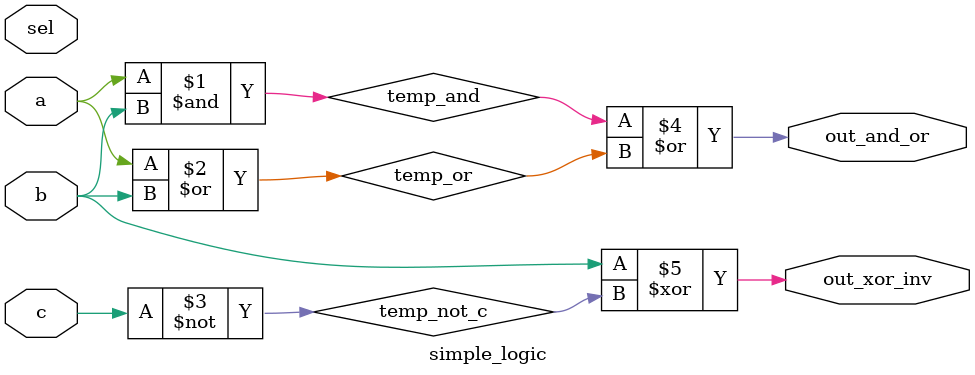
<source format=v>
module simple_logic (
    input wire a,
    input wire b,
    input wire c,
    input wire sel,
    output wire out_and_or,
    output wire out_xor_inv
);

    wire temp_and;
    wire temp_or;
    wire temp_not_c;

    // Continuous assignment for AND and OR logic
    // This will directly map to an AND gate and an OR gate.
    assign temp_and = a & b;
    assign temp_or  = a | b;


    // Continuous assignment for a NOT operation
    assign temp_not_c = ~c;

    // Output derived from internal wires
    // This combines the AND and OR results.
    assign out_and_or = temp_and | temp_or;

    // Another output using XOR and the inverted 'c'
    // This will map to an XOR gate and an inverter.
    assign out_xor_inv = b ^ temp_not_c;

endmodule

</source>
